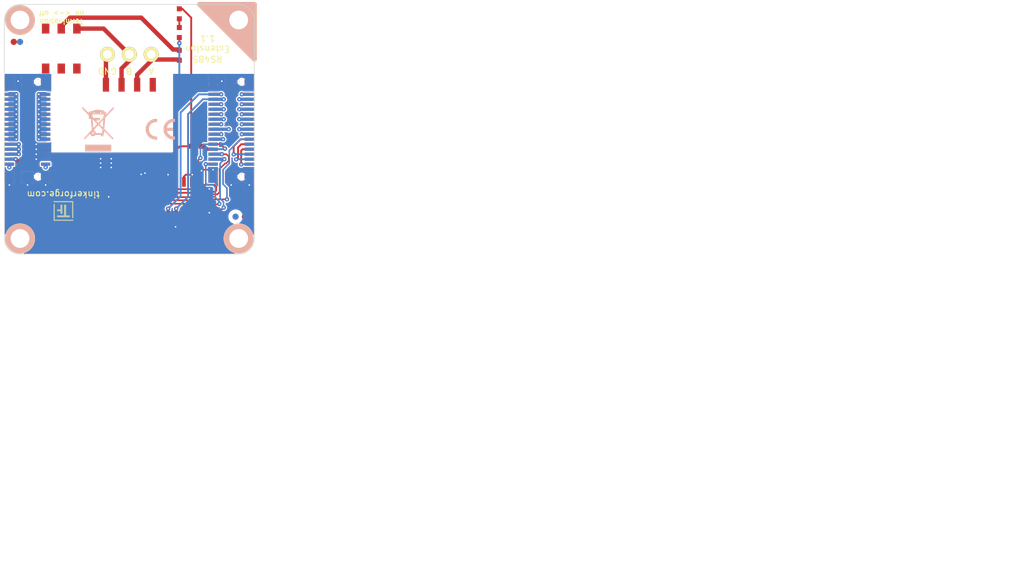
<source format=kicad_pcb>
(kicad_pcb (version 20221018) (generator pcbnew)
  (title_block (title "RS485 Extension") (date "Do 07 Mai 2015") (rev "1.1") (company "Tinkerforge GmbH") (comment 1 "Licensed under CERN OHL v.1.1") (comment 2 "Copyright (©) 2015, B.Nordmeyer <bastian@tinkerforge.com>"))
  (layers (0 "F.Cu" signal "Vorderseite") (31 "B.Cu" signal "Rückseite") (34 "B.Paste" user) (35 "F.Paste" user) (36 "B.SilkS" user "B.Silkscreen") (37 "F.SilkS" user "F.Silkscreen") (38 "B.Mask" user) (39 "F.Mask" user) (44 "Edge.Cuts" user))
  (net 0 "")
  (net 1 "3V3")
  (net 2 "GND")
  (net 3 "RXD")
  (net 4 "RXE")
  (net 5 "SCL")
  (net 6 "SDA")
  (net 7 "SELECT")
  (net 8 "TXD")
  (net 9 "TXE")
  (net 10 "Net-(D1-Pad2)")
  (net 11 "Net-(J1-Pad23)")
  (net 12 "Net-(J1-Pad21)")
  (net 13 "Net-(J1-Pad19)")
  (net 14 "Net-(J1-Pad17)")
  (net 15 "Net-(J1-Pad15)")
  (net 16 "Net-(J1-Pad13)")
  (net 17 "Net-(J1-Pad11)")
  (net 18 "Net-(J1-Pad9)")
  (net 19 "Net-(J1-Pad7)")
  (net 20 "Net-(J1-Pad5)")
  (net 21 "Net-(J1-Pad3)")
  (net 22 "Net-(J1-Pad1)")
  (net 23 "Net-(J1-Pad6)")
  (net 24 "Net-(J1-Pad8)")
  (net 25 "Net-(J1-Pad10)")
  (net 26 "Net-(J1-Pad12)")
  (net 27 "Net-(J1-Pad14)")
  (net 28 "Net-(J1-Pad16)")
  (net 29 "Net-(J1-Pad18)")
  (net 30 "Net-(J1-Pad20)")
  (net 31 "Net-(J1-Pad22)")
  (net 32 "Net-(J1-Pad24)")
  (net 33 "Net-(J3-Pad29)")
  (net 34 "Net-(J3-Pad1)")
  (net 35 "Net-(J3-Pad10)")
  (net 36 "Net-(J3-Pad22)")
  (net 37 "Net-(J3-Pad30)")
  (net 38 "Net-(K1-Pad1)")
  (net 39 "Net-(K1-Pad2)")
  (net 40 "Net-(K1-Pad3)")
  (net 41 "Net-(L1-Pad2)")
  (net 42 "Net-(L1-Pad3)")
  (net 43 "Net-(R1-Pad2)")
  (net 44 "Net-(FILTER1-Pad2)")
  (net 45 "Net-(FILTER1-Pad4)")
  (net 46 "Net-(FILTER1-Pad6)")
  (net 47 "Net-(FILTER1-Pad8)")
  (net 48 "Net-(FILTER1-Pad1)")
  (net 49 "Net-(FILTER1-Pad3)")
  (net 50 "Net-(FILTER1-Pad5)")
  (net 51 "Net-(FILTER1-Pad7)")
  (net 52 "Net-(FILTER1-Pad10)")
  (net 53 "Net-(FILTER1-Pad12)")
  (net 54 "Net-(FILTER1-Pad14)")
  (net 55 "Net-(J1-Pad29)")
  (net 56 "Net-(J1-Pad27)")
  (net 57 "Net-(J1-Pad25)")
  (net 58 "Net-(J2-Pad21)")
  (net 59 "Net-(J2-Pad23)")
  (net 60 "Net-(L1-Pad4)")
  (net 61 "Net-(L1-Pad5)")
  (net 62 "Net-(SW1-Pad6)")
  (net 63 "Net-(SW1-Pad5)")
  (net 64 "Net-(SW1-Pad4)")
  (net 65 "Net-(SW1-Pad3)")
  (net 66 "Net-(U1-Pad7)")
  (footprint "kicad-libraries:Logo_31x31" (layer "F.Cu") (at 130.125 107.55 180)
    (fp_text reference "Ref**" hide)
    (fp_text value "Val**" hide)
  )
  (footprint "kicad-libraries:Fiducial_Mark" (layer "F.Cu") (at 157.59938 106.87558)
    (fp_text reference "Fiducial_Mark" hide)
    (fp_text value "VAL**" hide)
  )
  (footprint "kicad-libraries:Fiducial_Mark" (layer "F.Cu") (at 120.60174 78.87462)
    (fp_text reference "Fiducial_Mark" hide)
    (fp_text value "VAL**" hide)
  )
  (footprint "kicad-libraries:BTB08-ACS-TOP" (layer "F.Cu") (at 155.39974 92.87256 90)
    (fp_text reference "J1")
    (fp_text value "STACK-UP-HIGH")
  )
  (footprint "kicad-libraries:BTB08-ACS-TOP" (layer "F.Cu") (at 122.79884 92.87256 90)
    (fp_text reference "J3")
    (fp_text value "STACK-UP-HIGH")
  )
  (footprint "kicad-libraries:OQ_3P" (layer "F.Cu") (at 139.10056 80.8736 180)
    (fp_text reference "K1")
    (fp_text value "grey")
  )
  (footprint "kicad-libraries:WE-SL" (layer "F.Cu") (at 139.1 92 90)
    (fp_text reference "L1")
    (fp_text value "WE-SL")
  )
  (footprint "kicad-libraries:SLIDE_SWITCH" (layer "F.Cu") (at 128.19888 79.94904 180)
    (fp_text reference "SW1")
    (fp_text value "TER")
  )
  (footprint "kicad-libraries:SOIC8" (layer "F.Cu") (at 139.1 104)
    (fp_text reference "U2")
    (fp_text value "ADM3485")
  )
  (footprint "kicad-libraries:DRILL_NP" (layer "F.Cu") (at 121.59996 75.37196 90)
    (fp_text reference "U3" hide)
    (fp_text value "DRILL" hide)
  )
  (footprint "kicad-libraries:DRILL_NP" (layer "F.Cu") (at 156.59862 75.37196)
    (fp_text reference "U4" hide)
    (fp_text value "DRILL" hide)
  )
  (footprint "kicad-libraries:DRILL_NP" (layer "F.Cu") (at 156.59862 110.37316 90)
    (fp_text reference "U5" hide)
    (fp_text value "DRILL" hide)
  )
  (footprint "kicad-libraries:DRILL_NP" (layer "F.Cu") (at 121.59996 110.37316)
    (fp_text reference "U6" hide)
    (fp_text value "DRILL" hide)
  )
  (footprint "kicad-libraries:DFN16-33x135" (layer "F.Cu") (at 151.9 104.3 90)
    (fp_text reference "FILTER1")
    (fp_text value "Filter-8x")
  )
  (footprint "kicad-libraries:SOIC8" (layer "F.Cu") (at 147.2 104 180)
    (fp_text reference "U1")
    (fp_text value "M24C64")
  )
  (footprint "kicad-libraries:C0603" (layer "F.Cu") (at 148.3 108.5 180)
    (fp_text reference "C1")
    (fp_text value "100nF")
  )
  (footprint "kicad-libraries:C0603" (layer "F.Cu") (at 135.8 102.1 -90)
    (fp_text reference "C2")
    (fp_text value "100nF")
  )
  (footprint "kicad-libraries:R0603" (layer "F.Cu") (at 147.1 81.025 90)
    (fp_text reference "R1")
    (fp_text value "120")
  )
  (footprint "kicad-libraries:R0603" (layer "F.Cu") (at 149.8 95.6)
    (fp_text reference "R3")
    (fp_text value "1k")
  )
  (footprint "kicad-libraries:D0603" (layer "F.Cu") (at 147.09902 74.37374 -90)
    (fp_text reference "D1")
    (fp_text value "LED")
  )
  (footprint "kicad-libraries:R0603" (layer "F.Cu") (at 147.1 77.375 -90)
    (fp_text reference "R2")
    (fp_text value "1k")
  )
  (footprint "kicad-libraries:Fiducial_Mark" (layer "B.Cu") (at 156.10078 106.87558)
    (fp_text reference "Fiducial_Mark" hide)
    (fp_text value "VAL**" hide)
  )
  (footprint "kicad-libraries:Fiducial_Mark" (layer "B.Cu") (at 121.59996 78.87462)
    (fp_text reference "Fiducial_Mark" hide)
    (fp_text value "VAL**" hide)
  )
  (footprint "kicad-libraries:WEEE_7mm" (layer "B.Cu") (at 134.1 92.875 180)
    (fp_text reference "VAL" hide)
    (fp_text value "WEEE_7mm" hide)
  )
  (footprint "kicad-libraries:CE_5mm" (layer "B.Cu") (at 144.1 92.875)
    (fp_text reference "VAL" hide)
    (fp_text value "CE_5mm" hide)
  )
  (footprint "kicad-libraries:BTB08-ACS-BTM" (layer "B.Cu") (at 155.39974 92.87256 -90)
    (fp_text reference "J2")
    (fp_text value "STACK-DOWN")
  )
  (footprint "kicad-libraries:BTB08-ACS-BTM" (layer "B.Cu") (at 122.79884 92.87256 -90)
    (fp_text reference "J4")
    (fp_text value "STACK-DOWN")
  )
  (gr_line (start 155.24988 75.47356) (end 156.19984 76.42352) (stroke (width 0.8001)) (layer "B.SilkS"))
  (gr_line (start 150.35022 72.87514) (end 159.10052 81.62544) (stroke (width 0.8001)) (layer "B.SilkS"))
  (gr_line (start 156.19984 75.87488) (end 156.14904 75.87488) (stroke (width 0.8001)) (layer "B.SilkS"))
  (gr_line (start 156.75102 77.57414) (end 156.75102 75.47356) (stroke (width 0.8001)) (layer "B.SilkS"))
  (gr_line (start 152.80132 74.22388) (end 157.29966 78.72222) (stroke (width 0.8001)) (layer "B.SilkS"))
  (gr_line (start 157.29966 78.72222) (end 157.29966 74.87412) (stroke (width 0.8001)) (layer "B.SilkS"))
  (gr_line (start 156.75102 75.47356) (end 155.24988 75.47356) (stroke (width 0.8001)) (layer "B.SilkS"))
  (gr_line (start 154.051 74.87412) (end 156.75102 77.57414) (stroke (width 0.8001)) (layer "B.SilkS"))
  (gr_line (start 157.85084 74.22388) (end 152.80132 74.22388) (stroke (width 0.8001)) (layer "B.SilkS"))
  (gr_line (start 159.10052 72.87514) (end 150.35022 72.87514) (stroke (width 0.8001)) (layer "B.SilkS"))
  (gr_line (start 156.19984 76.42352) (end 156.19984 75.87488) (stroke (width 0.8001)) (layer "B.SilkS"))
  (gr_line (start 159.10052 81.62544) (end 159.10052 72.87514) (stroke (width 0.8001)) (layer "B.SilkS"))
  (gr_line (start 157.85084 79.97444) (end 157.85084 74.22388) (stroke (width 0.8001)) (layer "B.SilkS"))
  (gr_line (start 158.60014 80.47482) (end 158.60014 73.62444) (stroke (width 0.8001)) (layer "B.SilkS"))
  (gr_line (start 158.60014 73.62444) (end 151.50084 73.62444) (stroke (width 0.8001)) (layer "B.SilkS"))
  (gr_line (start 151.50084 73.62444) (end 157.85084 79.97444) (stroke (width 0.8001)) (layer "B.SilkS"))
  (gr_line (start 157.29966 74.87412) (end 154.051 74.87412) (stroke (width 0.8001)) (layer "B.SilkS"))
  (gr_line (start 158.84906 73.27392) (end 150.97506 73.27392) (stroke (width 0.59944)) (layer "F.SilkS"))
  (gr_line (start 156.70022 75.4253) (end 155.69946 75.4253) (stroke (width 0.59944)) (layer "F.SilkS"))
  (gr_line (start 159.10052 72.87514) (end 159.10052 81.62544) (stroke (width 0.8001)) (layer "F.SilkS"))
  (gr_line (start 153.924 74.5998) (end 157.14726 77.82306) (stroke (width 0.59944)) (layer "F.SilkS"))
  (gr_line (start 150.97506 73.27392) (end 158.39948 80.69834) (stroke (width 0.8001)) (layer "F.SilkS"))
  (gr_line (start 150.35022 72.87514) (end 159.10052 72.87514) (stroke (width 0.8001)) (layer "F.SilkS"))
  (gr_line (start 155.69946 75.4253) (end 156.14904 75.87488) (stroke (width 0.59944)) (layer "F.SilkS"))
  (gr_line (start 152.95118 74.22388) (end 157.55112 78.82382) (stroke (width 0.8001)) (layer "F.SilkS"))
  (gr_line (start 157.14726 77.82306) (end 157.14726 75.07478) (stroke (width 0.59944)) (layer "F.SilkS"))
  (gr_line (start 157.8991 79.74838) (end 157.8991 74.22388) (stroke (width 0.59944)) (layer "F.SilkS"))
  (gr_line (start 151.92502 73.7743) (end 157.8991 79.74838) (stroke (width 0.59944)) (layer "F.SilkS"))
  (gr_line (start 158.84906 81.12506) (end 158.84906 73.27392) (stroke (width 0.59944)) (layer "F.SilkS"))
  (gr_line (start 156.70022 76.82484) (end 156.70022 75.4253) (stroke (width 0.59944)) (layer "F.SilkS"))
  (gr_line (start 156.14904 75.87488) (end 156.4259 75.87488) (stroke (width 0.59944)) (layer "F.SilkS"))
  (gr_line (start 154.95016 75.07478) (end 156.70022 76.82484) (stroke (width 0.8001)) (layer "F.SilkS"))
  (gr_line (start 157.55112 74.5998) (end 153.924 74.5998) (stroke (width 0.59944)) (layer "F.SilkS"))
  (gr_line (start 158.39948 73.7743) (end 151.92502 73.7743) (stroke (width 0.59944)) (layer "F.SilkS"))
  (gr_line (start 157.8991 74.22388) (end 152.95118 74.22388) (stroke (width 0.59944)) (layer "F.SilkS"))
  (gr_line (start 158.39948 80.69834) (end 158.39948 73.7743) (stroke (width 0.59944)) (layer "F.SilkS"))
  (gr_line (start 157.14726 75.07478) (end 154.95016 75.07478) (stroke (width 0.59944)) (layer "F.SilkS"))
  (gr_line (start 159.10052 81.62544) (end 150.35022 72.87514) (stroke (width 0.8001)) (layer "F.SilkS"))
  (gr_line (start 157.55112 78.82382) (end 157.55112 74.5998) (stroke (width 0.59944)) (layer "F.SilkS"))
  (gr_line (start 156.59862 72.8726) (end 121.59996 72.8726) (stroke (width 0.09906)) (layer "Edge.Cuts"))
  (gr_arc (start 119.09806 75.37196) (mid 119.83085 73.60285) (end 121.59996 72.87006) (stroke (width 0.09906)) (layer "Edge.Cuts"))
  (gr_line (start 121.59996 112.87252) (end 156.59862 112.87252) (stroke (width 0.09906)) (layer "Edge.Cuts"))
  (gr_line (start 119.09806 75.37196) (end 119.09806 110.37316) (stroke (width 0.09906)) (layer "Edge.Cuts"))
  (gr_line (start 159.09798 110.37316) (end 159.09798 75.37196) (stroke (width 0.09906)) (layer "Edge.Cuts"))
  (gr_arc (start 156.59862 72.8726) (mid 158.365934 73.604646) (end 159.09798 75.37196) (stroke (width 0.09906)) (layer "Edge.Cuts"))
  (gr_arc (start 121.59996 112.87252) (mid 119.832646 112.140474) (end 119.1006 110.37316) (stroke (width 0.09906)) (layer "Edge.Cuts"))
  (gr_arc (start 159.09798 110.37316) (mid 158.365934 112.140474) (end 156.59862 112.87252) (stroke (width 0.09906)) (layer "Edge.Cuts"))
  (gr_text "tinkerforge.com" (at 128.525 103.325 180) (layer "F.SilkS") (effects (font (size 1.00076 1.00076) (thickness 0.14986))))
  (gr_text "B" (at 139.04976 83.57362 180) (layer "F.SilkS") (effects (font (size 1.00076 1.00076) (thickness 0.14986))))
  (gr_text "Termination\non <-> off" (at 128.22428 74.95032 180) (layer "F.SilkS") (effects (font (size 0.8001 0.8001) (thickness 0.14986))))
  (gr_text "RS485\nExtension\n1.1" (at 151.6 80 180) (layer "F.SilkS") (effects (font (size 1.00076 1.00076) (thickness 0.14986))))
  (gr_text "A" (at 142.60068 83.52536 180) (layer "F.SilkS") (effects (font (size 1.00076 1.00076) (thickness 0.14986))))
  (gr_text "GND" (at 135.57504 83.52536 180) (layer "F.SilkS") (effects (font (size 1.00076 1.00076) (thickness 0.14986))))
  (segment (start 135.80262 101.30252) (end 135.8 101.2999) (width 0.70104) (layer "F.Cu") (net 1))
  (segment (start 129.1 110.4) (end 121.2 102.5) (width 0.70104) (layer "F.Cu") (net 1))
  (segment (start 121.2 102.5) (end 121.2 97.97424) (width 0.70104) (layer "F.Cu") (net 1))
  (segment (start 121.2 97.97424) (end 120.89892 97.67316) (width 0.70104) (layer "F.Cu") (net 1))
  (segment (start 134.2001 101.2999) (end 129.1 106.4) (width 0.70104) (layer "F.Cu") (net 1))
  (segment (start 129.1 106.4) (end 129.1 110.4) (width 0.70104) (layer "F.Cu") (net 1))
  (segment (start 148.9999 74.9999) (end 147.57364 73.57364) (width 0.29972) (layer "F.Cu") (net 1))
  (segment (start 147.57364 73.57364) (end 147.09902 73.57364) (width 0.29972) (layer "F.Cu") (net 1))
  (segment (start 147.6 110.4) (end 149.1001 108.8999) (width 0.70104) (layer "F.Cu") (net 1))
  (segment (start 149.1001 108.8999) (end 149.1001 108.5) (width 0.70104) (layer "F.Cu") (net 1))
  (segment (start 149.1001 106.69984) (end 149.10246 106.69748) (width 0.70104) (layer "F.Cu") (net 1))
  (segment (start 147.2 95.6) (end 143.8 99) (width 0.29972) (layer "F.Cu") (net 1))
  (segment (start 143.8 99) (end 143.8 100.8) (width 0.29972) (layer "F.Cu") (net 1))
  (segment (start 143.8 100.8) (end 142.175 102.425) (width 0.29972) (layer "F.Cu") (net 1))
  (segment (start 142.175 102.425) (end 138.975 102.425) (width 0.29972) (layer "F.Cu") (net 1))
  (segment (start 138.975 102.425) (end 135 106.4) (width 0.29972) (layer "F.Cu") (net 1))
  (segment (start 135 106.4) (end 129.1 106.4) (width 0.29972) (layer "F.Cu") (net 1))
  (segment (start 120.89892 97.67316) (end 120.89638 97.67062) (width 0.50038) (layer "F.Cu") (net 1))
  (segment (start 137.19754 101.30252) (end 135.80262 101.30252) (width 0.70104) (layer "F.Cu") (net 1))
  (segment (start 135.8 101.2999) (end 134.2001 101.2999) (width 0.70104) (layer "F.Cu") (net 1))
  (segment (start 129.1 110.4) (end 147.6 110.4) (width 0.70104) (layer "F.Cu") (net 1))
  (segment (start 149.1001 108.5) (end 149.1001 106.69984) (width 0.70104) (layer "F.Cu") (net 1))
  (segment (start 120.89638 97.67062) (end 119.9007 97.67062) (width 0.50038) (layer "F.Cu") (net 1))
  (segment (start 148.9999 95.6) (end 147.2 95.6) (width 0.29972) (layer "F.Cu") (net 1))
  (segment (start 148.9999 95.6) (end 148.9999 74.9999) (width 0.29972) (layer "F.Cu") (net 1))
  (via (at 120.89892 97.67316) (size 0.70104) (drill 0.24892) (layers "F.Cu" "B.Cu") (net 1))
  (segment (start 119.9007 97.67062) (end 120.89638 97.67062) (width 0.50038) (layer "B.Cu") (net 1))
  (segment (start 120.89638 97.67062) (end 120.89892 97.67316) (width 0.50038) (layer "B.Cu") (net 1))
  (segment (start 141.00246 100.10246) (end 141 100.1) (width 0.50038) (layer "F.Cu") (net 2))
  (segment (start 141.00246 100.49754) (end 141.6 99.9) (width 0.50038) (layer "F.Cu") (net 2))
  (segment (start 136.15094 98.25094) (end 136.2 98.3) (width 0.50038) (layer "F.Cu") (net 2))
  (segment (start 134.54906 98.25094) (end 134.5 98.3) (width 0.50038) (layer "F.Cu") (net 2))
  (segment (start 136.2 99) (end 135.45094 98.25094) (width 0.50038) (layer "F.Cu") (net 2))
  (segment (start 135.24906 98.25094) (end 134.5 99) (width 0.50038) (layer "F.Cu") (net 2))
  (segment (start 135.15094 98.25094) (end 134.5 97.6) (width 0.50038) (layer "F.Cu") (net 2))
  (segment (start 135.54906 98.25094) (end 136.2 97.6) (width 0.50038) (layer "F.Cu") (net 2))
  (segment (start 155.39974 101.79974) (end 155.4 101.8) (width 0.70104) (layer "F.Cu") (net 2))
  (segment (start 158.3 101.8) (end 158.30042 101.79958) (width 0.70104) (layer "F.Cu") (net 2))
  (segment (start 158.30042 101.79958) (end 158.30042 100.5713) (width 0.70104) (layer "F.Cu") (net 2))
  (segment (start 119.89816 101.79816) (end 119.9 101.8) (width 0.70104) (layer "F.Cu") (net 2))
  (segment (start 122.8 101.8) (end 122.79884 101.79884) (width 0.70104) (layer "F.Cu") (net 2))
  (segment (start 125.69952 101.79952) (end 125.7 101.8) (width 0.70104) (layer "F.Cu") (net 2))
  (segment (start 122.8 100.57246) (end 122.79884 100.5713) (width 0.70104) (layer "F.Cu") (net 2))
  (segment (start 149.10246 100.22254) (end 149.175 100.15) (width 0.29972) (layer "F.Cu") (net 2))
  (segment (start 145.29754 100.15246) (end 145.3 100.15) (width 0.29972) (layer "F.Cu") (net 2))
  (segment (start 148.15 100.15) (end 147.83246 100.46754) (width 0.29972) (layer "F.Cu") (net 2))
  (segment (start 147.83246 100.46754) (end 147.83246 101.30252) (width 0.29972) (layer "F.Cu") (net 2))
  (segment (start 152.5 99.35) (end 152.49906 99.35094) (width 0.29972) (layer "F.Cu") (net 2))
  (segment (start 150.825 99.35) (end 150.65 99.525) (width 0.25) (layer "F.Cu") (net 2))
  (segment (start 152.5 100.57036) (end 152.49906 100.5713) (width 0.25) (layer "F.Cu") (net 2))
  (segment (start 122.79884 85.17382) (end 123.09602 85.17382) (width 0.50038) (layer "F.Cu") (net 2))
  (segment (start 124.19838 96.07296) (end 124.20092 96.07042) (width 0.50038) (layer "F.Cu") (net 2))
  (segment (start 123.09602 85.17382) (end 123.99772 84.27212) (width 0.50038) (layer "F.Cu") (net 2))
  (segment (start 152.5016 85.17128) (end 152.49906 85.17382) (width 0.50038) (layer "F.Cu") (net 2))
  (segment (start 121.30024 85.17382) (end 121.2977 85.17128) (width 0.50038) (layer "F.Cu") (net 2))
  (segment (start 149.10246 101.30252) (end 149.10246 100.22254) (width 0.29972) (layer "F.Cu") (net 2))
  (segment (start 122.79884 85.17382) (end 121.30024 85.17382) (width 0.50038) (layer "F.Cu") (net 2))
  (segment (start 156.49956 84.27212) (end 157.39872 84.27212) (width 0.50038) (layer "F.Cu") (net 2))
  (segment (start 121.2977 85.17128) (end 119.9007 85.17128) (width 0.50038) (layer "F.Cu") (net 2))
  (segment (start 153.8986 85.17128) (end 152.5016 85.17128) (width 0.50038) (layer "F.Cu") (net 2))
  (segment (start 124.20092 95.27032) (end 124.19838 95.27286) (width 0.50038) (layer "F.Cu") (net 2))
  (segment (start 147.10156 78.17612) (end 147.10156 79.07528) (width 0.29972) (layer "F.Cu") (net 2))
  (segment (start 155.39974 100.5713) (end 155.39974 101.79974) (width 0.70104) (layer "F.Cu") (net 2))
  (segment (start 135.35096 98.25094) (end 135.45094 98.25094) (width 0.50038) (layer "F.Cu") (net 2))
  (segment (start 151.9 102.425) (end 151.9 104.3) (width 0.29972) (layer "F.Cu") (net 2))
  (segment (start 123.99772 84.27212) (end 124.79782 84.27212) (width 0.50038) (layer "F.Cu") (net 2))
  (segment (start 135.35096 98.25094) (end 135.54906 98.25094) (width 0.50038) (layer "F.Cu") (net 2))
  (segment (start 135.8 102.9001) (end 135.8 103.7) (width 0.70104) (layer "F.Cu") (net 2))
  (segment (start 153.90114 85.17382) (end 153.8986 85.17128) (width 0.50038) (layer "F.Cu") (net 2))
  (segment (start 152.5 99.35) (end 152.5 100.57036) (width 0.25) (layer "F.Cu") (net 2))
  (segment (start 119.89816 100.5713) (end 119.89816 101.79816) (width 0.70104) (layer "F.Cu") (net 2))
  (segment (start 135.35096 98.25094) (end 136.15094 98.25094) (width 0.50038) (layer "F.Cu") (net 2))
  (segment (start 119.9007 85.17128) (end 119.89816 85.17382) (width 0.50038) (layer "F.Cu") (net 2))
  (segment (start 147.4999 108.5) (end 146.4999 108.5) (width 0.70104) (layer "F.Cu") (net 2))
  (segment (start 141.00246 100.49754) (end 141.00246 101.30252) (width 0.50038) (layer "F.Cu") (net 2))
  (segment (start 155.39974 85.17382) (end 153.90114 85.17382) (width 0.50038) (layer "F.Cu") (net 2))
  (segment (start 141.00246 101.30252) (end 141.00246 100.10246) (width 0.50038) (layer "F.Cu") (net 2))
  (segment (start 124.79782 84.27212) (end 125.69952 85.17382) (width 0.50038) (layer "F.Cu") (net 2))
  (segment (start 151.9 104.3) (end 151.9 106.25) (width 0.29972) (layer "F.Cu") (net 2))
  (segment (start 124.19838 97.67316) (end 124.20092 97.67062) (width 0.50038) (layer "F.Cu") (net 2))
  (segment (start 124.20092 97.67062) (end 125.69698 97.67062) (width 0.50038) (layer "F.Cu") (net 2))
  (segment (start 125.69952 100.5713) (end 125.69952 100.87356) (width 0.50038) (layer "F.Cu") (net 2))
  (segment (start 135.35096 98.25094) (end 135.24906 98.25094) (width 0.50038) (layer "F.Cu") (net 2))
  (segment (start 124.20092 96.07042) (end 125.69698 96.07042) (width 0.50038) (layer "F.Cu") (net 2))
  (segment (start 124.20092 96.87052) (end 124.19838 96.87306) (width 0.50038) (layer "F.Cu") (net 2))
  (segment (start 145.29754 100.15246) (end 145.29754 101.30252) (width 0.29972) (layer "F.Cu") (net 2))
  (segment (start 141.00246 101.30252) (end 141.00246 101.19754) (width 0.50038) (layer "F.Cu") (net 2))
  (segment (start 157.39872 84.27212) (end 158.30042 85.17382) (width 0.50038) (layer "F.Cu") (net 2))
  (segment (start 135.35096 98.25094) (end 135.15094 98.25094) (width 0.50038) (layer "F.Cu") (net 2))
  (segment (start 135.35096 98.25094) (end 134.54906 98.25094) (width 0.50038) (layer "F.Cu") (net 2))
  (segment (start 155.59786 85.17382) (end 156.49956 84.27212) (width 0.50038) (layer "F.Cu") (net 2))
  (segment (start 155.39974 85.17382) (end 155.59786 85.17382) (width 0.50038) (layer "F.Cu") (net 2))
  (segment (start 149.175 100.15) (end 148.15 100.15) (width 0.29972) (layer "F.Cu") (net 2))
  (segment (start 124.19838 97.67316) (end 124.19838 95.27286) (width 0.50038) (layer "F.Cu") (net 2))
  (segment (start 125.69952 100.5713) (end 125.69952 101.79952) (width 0.70104) (layer "F.Cu") (net 2))
  (segment (start 155.39974 100.5713) (end 155.59786 100.5713) (width 0.50038) (layer "F.Cu") (net 2))
  (segment (start 152.5 99.35) (end 150.825 99.35) (width 0.25) (layer "F.Cu") (net 2))
  (segment (start 125.69698 95.27032) (end 124.20092 95.27032) (width 0.50038) (layer "F.Cu") (net 2))
  (segment (start 125.69698 96.87052) (end 124.20092 96.87052) (width 0.50038) (layer "F.Cu") (net 2))
  (segment (start 122.8 101.8) (end 122.8 100.57246) (width 0.70104) (layer "F.Cu") (net 2))
  (via (at 134.5 99) (size 0.70104) (drill 0.24892) (layers "F.Cu" "B.Cu") (net 2))
  (via (at 134.5 98.3) (size 0.70104) (drill 0.24892) (layers "F.Cu" "B.Cu") (net 2))
  (via (at 141.6 99.9) (size 0.70104) (drill 0.24892) (layers "F.Cu" "B.Cu") (net 2))
  (via (at 136.2 98.3) (size 0.70104) (drill 0.24892) (layers "F.Cu" "B.Cu") (net 2))
  (via (at 155.4 101.8) (size 0.70104) (drill 0.24892) (layers "F.Cu" "B.Cu") (net 2))
  (via (at 124.19838 95.27286) (size 0.70104) (drill 0.24892) (layers "F.Cu" "B.Cu") (net 2))
  (via (at 152.5 99.35) (size 0.70104) (drill 0.24892) (layers "F.Cu" "B.Cu") (net 2))
  (via (at 145.3 100.15) (size 0.70104) (drill 0.24892) (layers "F.Cu" "B.Cu") (net 2))
  (via (at 135.8 103.7) (size 0.70104) (drill 0.24892) (layers "F.Cu" "B.Cu") (net 2))
  (via (at 149.175 100.15) (size 0.70104) (drill 0.24892) (layers "F.Cu" "B.Cu") (net 2))
  (via (at 121.2977 85.17128) (size 0.70104) (drill 0.24892) (layers "F.Cu" "B.Cu") (net 2))
  (via (at 151.9 106.25) (size 0.70104) (drill 0.24892) (layers "F.Cu" "B.Cu") (net 2))
  (via (at 136.2 99) (size 0.70104) (drill 0.24892) (layers "F.Cu" "B.Cu") (net 2))
  (via (at 124.19838 96.87306) (size 0.70104) (drill 0.24892) (layers "F.Cu" "B.Cu") (net 2))
  (via (at 134.5 97.6) (size 0.70104) (drill 0.24892) (layers "F.Cu" "B.Cu") (net 2))
  (via (at 158.3 101.8) (size 0.70104) (drill 0.24892) (layers "F.Cu" "B.Cu") (net 2))
  (via (at 136.2 97.6) (size 0.70104) (drill 0.24892) (layers "F.Cu" "B.Cu") (net 2))
  (via (at 153.8986 85.17128) (size 0.70104) (drill 0.24892) (layers "F.Cu" "B.Cu") (net 2))
  (via (at 124.19838 97.67316) (size 0.70104) (drill 0.24892) (layers "F.Cu" "B.Cu") (net 2))
  (via (at 122.8 101.8) (size 0.70104) (drill 0.24892) (layers "F.Cu" "B.Cu") (net 2))
  (via (at 151.9 102.425) (size 0.70104) (drill 0.24892) (layers "F.Cu" "B.Cu") (net 2))
  (via (at 141 100.1) (size 0.70104) (drill 0.24892) (layers "F.Cu" "B.Cu") (net 2))
  (via (at 150.65 99.525) (size 0.70104) (drill 0.24892) (layers "F.Cu" "B.Cu") (net 2))
  (via (at 119.9 101.8) (size 0.70104) (drill 0.24892) (layers "F.Cu" "B.Cu") (net 2))
  (via (at 124.19838 96.07296) (size 0.70104) (drill 0.24892) (layers "F.Cu" "B.Cu") (net 2))
  (via (at 125.7 101.8) (size 0.70104) (drill 0.24892) (layers "F.Cu" "B.Cu") (net 2))
  (via (at 147.10156 79.07528) (size 0.70104) (drill 0.24892) (layers "F.Cu" "B.Cu") (net 2))
  (via (at 146.4999 108.5) (size 0.70104) (drill 0.24892) (layers "F.Cu" "B.Cu") (net 2))
  (segment (start 155.4 101.8) (end 155.39974 101.79974) (width 0.70104) (layer "B.Cu") (net 2))
  (segment (start 158.30042 101.79958) (end 158.3 101.8) (width 0.70104) (layer "B.Cu") (net 2))
  (segment (start 119.9 101.8) (end 119.89816 101.79816) (width 0.70104) (layer "B.Cu") (net 2))
  (segment (start 119.89816 101.79816) (end 119.89816 100.5713) (width 0.70104) (layer "B.Cu") (net 2))
  (segment (start 122.79884 101.79884) (end 122.8 101.8) (width 0.70104) (layer "B.Cu") (net 2))
  (segment (start 125.7 101.8) (end 125.69952 101.79952) (width 0.70104) (layer "B.Cu") (net 2))
  (segment (start 125.7 100.57178) (end 125.69952 100.5713) (width 0.70104) (layer "B.Cu") (net 2))
  (segment (start 155.4 100.57156) (end 155.39974 100.5713) (width 0.70104) (layer "B.Cu") (net 2))
  (segment (start 152.5 100.57224) (end 152.49906 100.5713) (width 0.70104) (layer "B.Cu") (net 2))
  (segment (start 137.3 100.1) (end 136.2 99) (width 0.29972) (layer "B.Cu") (net 2))
  (segment (start 135.8 99.4) (end 136.2 99) (width 0.29972) (layer "B.Cu") (net 2))
  (segment (start 127.6 103.7) (end 125.7 101.8) (width 0.29972) (layer "B.Cu") (net 2))
  (segment (start 121.5 101.8) (end 119.9 101.8) (width 0.29972) (layer "B.Cu") (net 2))
  (segment (start 121.5 99.3) (end 123.12684 97.67316) (width 0.29972) (layer "B.Cu") (net 2))
  (segment (start 123.12684 97.67316) (end 124.19838 97.67316) (width 0.29972) (layer "B.Cu") (net 2))
  (segment (start 123.77286 95.27286) (end 122.79884 94.29884) (width 0.29972) (layer "B.Cu") (net 2))
  (segment (start 122.79884 94.29884) (end 122.79884 85.17382) (width 0.29972) (layer "B.Cu") (net 2))
  (segment (start 146.4999 108.5) (end 146.5 108.5) (width 0.70104) (layer "B.Cu") (net 2))
  (segment (start 141 106.2) (end 143.3 108.5) (width 0.29972) (layer "B.Cu") (net 2))
  (segment (start 143.3 108.5) (end 146.4999 108.5) (width 0.29972) (layer "B.Cu") (net 2))
  (segment (start 150.02618 85.17382) (end 147.10156 88.09844) (width 0.29972) (layer "B.Cu") (net 2))
  (segment (start 151.9 106.85) (end 150.25 108.5) (width 0.29972) (layer "B.Cu") (net 2))
  (segment (start 150.25 108.5) (end 146.4999 108.5) (width 0.29972) (layer "B.Cu") (net 2))
  (segment (start 145.05 99.9) (end 145.3 100.15) (width 0.29972) (layer "B.Cu") (net 2))
  (segment (start 149.175 101.075) (end 150.525 102.425) (width 0.29972) (layer "B.Cu") (net 2))
  (segment (start 150.525 102.425) (end 151.9 102.425) (width 0.29972) (layer "B.Cu") (net 2))
  (segment (start 152.49906 99.35094) (end 152.5 99.35) (width 0.29972) (layer "B.Cu") (net 2))
  (segment (start 145.3 99.825) (end 146.6 98.525) (width 0.29972) (layer "B.Cu") (net 2))
  (segment (start 146.6 98.525) (end 146.6 88.6) (width 0.29972) (layer "B.Cu") (net 2))
  (segment (start 146.6 88.6) (end 147.10156 88.09844) (width 0.29972) (layer "B.Cu") (net 2))
  (segment (start 150.65 99.525) (end 150.025 100.15) (width 0.25) (layer "B.Cu") (net 2))
  (segment (start 150.025 100.15) (end 149.175 100.15) (width 0.25) (layer "B.Cu") (net 2))
  (segment (start 158.3 101.8) (end 155.4 101.8) (width 0.29972) (layer "B.Cu") (net 2))
  (segment (start 122.7963 85.17128) (end 122.79884 85.17382) (width 0.50038) (layer "B.Cu") (net 2))
  (segment (start 122.79884 85.17382) (end 123.09602 85.17382) (width 0.50038) (layer "B.Cu") (net 2))
  (segment (start 141.6 99.9) (end 145.05 99.9) (width 0.29972) (layer "B.Cu") (net 2))
  (segment (start 135.8 103.7) (end 135.8 99.4) (width 0.29972) (layer "B.Cu") (net 2))
  (segment (start 122.8 101.8) (end 121.5 101.8) (width 0.29972) (layer "B.Cu") (net 2))
  (segment (start 124.19838 97.67316) (end 124.19838 95.27286) (width 0.50038) (layer "B.Cu") (net 2))
  (segment (start 158.30042 100.5713) (end 158.30042 101.79958) (width 0.70104) (layer "B.Cu") (net 2))
  (segment (start 121.29516 85.17382) (end 121.2977 85.17128) (width 0.50038) (layer "B.Cu") (net 2))
  (segment (start 122.79884 100.5713) (end 122.8979 100.5713) (width 0.50038) (layer "B.Cu") (net 2))
  (segment (start 155.4 101.8) (end 155.4 100.57156) (width 0.70104) (layer "B.Cu") (net 2))
  (segment (start 155.3972 85.17128) (end 155.39974 85.17382) (width 0.50038) (layer "B.Cu") (net 2))
  (segment (start 155.39974 100.5713) (end 155.59786 100.5713) (width 0.50038) (layer "B.Cu") (net 2))
  (segment (start 141 100.1) (end 141 106.2) (width 0.29972) (layer "B.Cu") (net 2))
  (segment (start 121.2977 85.17128) (end 122.7963 85.17128) (width 0.50038) (layer "B.Cu") (net 2))
  (segment (start 124.20092 96.07042) (end 124.19838 96.07296) (width 0.50038) (layer "B.Cu") (net 2))
  (segment (start 152.49906 100.5713) (end 152.49906 99.35094) (width 0.29972) (layer "B.Cu") (net 2))
  (segment (start 123.09602 85.17382) (end 123.99772 84.27212) (width 0.50038) (layer "B.Cu") (net 2))
  (segment (start 153.89606 85.17382) (end 153.8986 85.17128) (width 0.50038) (layer "B.Cu") (net 2))
  (segment (start 147.10156 79.07528) (end 147.10156 88.09844) (width 0.29972) (layer "B.Cu") (net 2))
  (segment (start 152.49906 85.17382) (end 150.02618 85.17382) (width 0.29972) (layer "B.Cu") (net 2))
  (segment (start 124.20092 97.67062) (end 124.19838 97.67316) (width 0.50038) (layer "B.Cu") (net 2))
  (segment (start 152.49906 85.17382) (end 153.89606 85.17382) (width 0.50038) (layer "B.Cu") (net 2))
  (segment (start 124.20092 95.27032) (end 125.69698 95.27032) (width 0.50038) (layer "B.Cu") (net 2))
  (segment (start 153.8986 85.17128) (end 155.3972 85.17128) (width 0.50038) (layer "B.Cu") (net 2))
  (segment (start 125.7 101.8) (end 122.8 101.8) (width 0.29972) (layer "B.Cu") (net 2))
  (segment (start 156.49956 84.27212) (end 157.39872 84.27212) (width 0.50038) (layer "B.Cu") (net 2))
  (segment (start 157.39872 84.27212) (end 158.30042 85.17382) (width 0.50038) (layer "B.Cu") (net 2))
  (segment (start 124.79782 84.27212) (end 125.69952 85.17382) (width 0.50038) (layer "B.Cu") (net 2))
  (segment (start 123.99772 84.27212) (end 124.79782 84.27212) (width 0.50038) (layer "B.Cu") (net 2))
  (segment (start 125.7 101.8) (end 125.7 100.57178) (width 0.70104) (layer "B.Cu") (net 2))
  (segment (start 125.69698 97.67062) (end 124.20092 97.67062) (width 0.50038) (layer "B.Cu") (net 2))
  (segment (start 124.19838 96.87306) (end 124.20092 96.87052) (width 0.50038) (layer "B.Cu") (net 2))
  (segment (start 125.69698 96.07042) (end 124.20092 96.07042) (width 0.50038) (layer "B.Cu") (net 2))
  (segment (start 155.39974 85.17382) (end 155.59786 85.17382) (width 0.50038) (layer "B.Cu") (net 2))
  (segment (start 151.9 106.25) (end 151.9 106.85) (width 0.29972) (layer "B.Cu") (net 2))
  (segment (start 122.79884 100.5713) (end 122.79884 101.79884) (width 0.70104) (layer "B.Cu") (net 2))
  (segment (start 135.8 103.7) (end 127.6 103.7) (width 0.29972) (layer "B.Cu") (net 2))
  (segment (start 149.175 100.15) (end 149.175 101.075) (width 0.29972) (layer "B.Cu") (net 2))
  (segment (start 124.19838 95.27286) (end 124.20092 95.27032) (width 0.50038) (layer "B.Cu") (net 2))
  (segment (start 124.19838 95.27286) (end 123.77286 95.27286) (width 0.29972) (layer "B.Cu") (net 2))
  (segment (start 155.59786 85.17382) (end 156.49956 84.27212) (width 0.50038) (layer "B.Cu") (net 2))
  (segment (start 145.3 100.15) (end 145.3 99.825) (width 0.29972) (layer "B.Cu") (net 2))
  (segment (start 141 100.1) (end 137.3 100.1) (width 0.29972) (layer "B.Cu") (net 2))
  (segment (start 124.20092 96.87052) (end 125.69698 96.87052) (width 0.50038) (layer "B.Cu") (net 2))
  (segment (start 121.5 101.8) (end 121.5 99.3) (width 0.29972) (layer "B.Cu") (net 2))
  (segment (start 119.89816 85.17382) (end 121.29516 85.17382) (width 0.50038) (layer "B.Cu") (net 2))
  (segment (start 153.175 103.3) (end 153.55 102.925) (width 0.25) (layer "F.Cu") (net 3))
  (segment (start 153.55 102.925) (end 153.55 99.225) (width 0.25) (layer "F.Cu") (net 3))
  (segment (start 153.55 99.225) (end 154.425 98.35) (width 0.25) (layer "F.Cu") (net 3))
  (segment (start 154.425 98.35) (end 154.575 98.35) (width 0.25) (layer "F.Cu") (net 3))
  (segment (start 154.575 98.35) (end 155 97.925) (width 0.25) (layer "F.Cu") (net 3))
  (segment (start 155 97.925) (end 155 97.225) (width 0.25) (layer "F.Cu") (net 3))
  (segment (start 155 97.225) (end 154.6506 96.8756) (width 0.25) (layer "F.Cu") (net 3))
  (segment (start 154.6506 96.8756) (end 153.90114 96.8756) (width 0.25) (layer "F.Cu") (net 3))
  (segment (start 153.90114 96.8756) (end 153.59634 96.87052) (width 0.50038) (layer "F.Cu") (net 3))
  (segment (start 153.59634 96.87052) (end 152.5016 96.87052) (width 0.50038) (layer "F.Cu") (net 3))
  (segment (start 152.575 103.3) (end 153.175 103.3) (width 0.25) (layer "F.Cu") (net 3))
  (via (at 153.90114 96.8756) (size 0.70104) (drill 0.24892) (layers "F.Cu" "B.Cu") (net 3))
  (segment (start 153.59634 96.87052) (end 153.90114 96.8756) (width 0.50038) (layer "B.Cu") (net 3))
  (segment (start 152.5016 96.87052) (end 153.59634 96.87052) (width 0.50038) (layer "B.Cu") (net 3))
  (segment (start 154.725 104.1) (end 152.575 104.1) (width 0.25) (layer "F.Cu") (net 4))
  (via (at 154.725 104.1) (size 0.70104) (drill 0.24892) (layers "F.Cu" "B.Cu") (net 4))
  (segment (start 156.90478 94.47022) (end 155.1 96.275) (width 0.25) (layer "B.Cu") (net 4))
  (segment (start 155.1 96.275) (end 155.1 98.35) (width 0.25) (layer "B.Cu") (net 4))
  (segment (start 155.1 98.35) (end 154.1 99.35) (width 0.25) (layer "B.Cu") (net 4))
  (segment (start 154.1 99.35) (end 154.1 101.675) (width 0.25) (layer "B.Cu") (net 4))
  (segment (start 154.1 101.675) (end 154.725 102.3) (width 0.25) (layer "B.Cu") (net 4))
  (segment (start 154.725 102.3) (end 154.725 104.1) (width 0.25) (layer "B.Cu") (net 4))
  (segment (start 158.29788 94.47022) (end 156.90478 94.47022) (width 0.25) (layer "B.Cu") (net 4))
  (segment (start 146.56754 105.63246) (end 146.6 105.6) (width 0.29972) (layer "F.Cu") (net 5))
  (segment (start 146.56754 106.69748) (end 146.56754 105.63246) (width 0.29972) (layer "F.Cu") (net 5))
  (segment (start 152.5016 88.0745) (end 153.89606 88.0745) (width 0.50038) (layer "F.Cu") (net 5))
  (segment (start 153.89606 88.0745) (end 154.20086 88.0745) (width 0.50038) (layer "F.Cu") (net 5))
  (via (at 146.6 105.6) (size 0.70104) (drill 0.24892) (layers "F.Cu" "B.Cu") (net 5))
  (via (at 154.20086 88.0745) (size 0.70104) (drill 0.24892) (layers "F.Cu" "B.Cu") (net 5))
  (segment (start 146.6 105.6) (end 148.5 103.7) (width 0.29972) (layer "B.Cu") (net 5))
  (segment (start 148.5 103.7) (end 148.5 90.45) (width 0.29972) (layer "B.Cu") (net 5))
  (segment (start 148.5 90.45) (end 150.8755 88.0745) (width 0.29972) (layer "B.Cu") (net 5))
  (segment (start 150.8755 88.0745) (end 152.5016 88.0745) (width 0.29972) (layer "B.Cu") (net 5))
  (segment (start 153.89606 88.0745) (end 152.5016 88.0745) (width 0.50038) (layer "B.Cu") (net 5))
  (segment (start 154.20086 88.0745) (end 153.89606 88.0745) (width 0.50038) (layer "B.Cu") (net 5))
  (segment (start 145.3 105.6) (end 145.29754 105.60246) (width 0.29972) (layer "F.Cu") (net 6))
  (segment (start 145.29754 105.60246) (end 145.29754 106.69748) (width 0.29972) (layer "F.Cu") (net 6))
  (segment (start 153.49728 87.2744) (end 152.5016 87.2744) (width 0.50038) (layer "F.Cu") (net 6))
  (segment (start 153.79954 87.2744) (end 153.49728 87.2744) (width 0.50038) (layer "F.Cu") (net 6))
  (via (at 145.3 105.6) (size 0.70104) (drill 0.24892) (layers "F.Cu" "B.Cu") (net 6))
  (via (at 153.79954 87.2744) (size 0.70104) (drill 0.24892) (layers "F.Cu" "B.Cu") (net 6))
  (segment (start 150.2256 87.2744) (end 147.3 90.2) (width 0.29972) (layer "B.Cu") (net 6))
  (segment (start 147.3 90.2) (end 147.3 103.6) (width 0.29972) (layer "B.Cu") (net 6))
  (segment (start 147.3 103.6) (end 145.3 105.6) (width 0.29972) (layer "B.Cu") (net 6))
  (segment (start 152.5016 87.2744) (end 153.49728 87.2744) (width 0.50038) (layer "B.Cu") (net 6))
  (segment (start 152.5016 87.2744) (end 150.2256 87.2744) (width 0.29972) (layer "B.Cu") (net 6))
  (segment (start 153.49728 87.2744) (end 153.79954 87.2744) (width 0.50038) (layer "B.Cu") (net 6))
  (segment (start 152.825 102.9) (end 153.025 102.7) (width 0.25) (layer "F.Cu") (net 7))
  (segment (start 153.025 102.7) (end 153.025 102.075) (width 0.25) (layer "F.Cu") (net 7))
  (segment (start 153.025 102.075) (end 152.725 101.775) (width 0.25) (layer "F.Cu") (net 7))
  (segment (start 150.825 101.775) (end 150 100.95) (width 0.25) (layer "F.Cu") (net 7))
  (segment (start 150 100.95) (end 150 97.95) (width 0.25) (layer "F.Cu") (net 7))
  (segment (start 150 97.95) (end 150.475 97.475) (width 0.25) (layer "F.Cu") (net 7))
  (segment (start 152.575 102.9) (end 152.825 102.9) (width 0.25) (layer "F.Cu") (net 7))
  (segment (start 152.725 101.775) (end 150.825 101.775) (width 0.25) (layer "F.Cu") (net 7))
  (via (at 150.475 97.475) (size 0.70104) (drill 0.24892) (layers "F.Cu" "B.Cu") (net 7))
  (segment (start 151.02968 95.27032) (end 150.475 95.825) (width 0.25) (layer "B.Cu") (net 7))
  (segment (start 150.475 95.825) (end 150.475 97.475) (width 0.25) (layer "B.Cu") (net 7))
  (segment (start 152.5016 95.27032) (end 151.02968 95.27032) (width 0.25) (layer "B.Cu") (net 7))
  (segment (start 153.925 105.7) (end 154.2 105.425) (width 0.25) (layer "F.Cu") (net 8))
  (segment (start 153.99512 97.67062) (end 154.29992 97.6757) (width 0.50038) (layer "F.Cu") (net 8))
  (segment (start 152.5016 97.67062) (end 153.99512 97.67062) (width 0.50038) (layer "F.Cu") (net 8))
  (segment (start 152.575 105.7) (end 153.925 105.7) (width 0.25) (layer "F.Cu") (net 8))
  (via (at 154.2 105.425) (size 0.70104) (drill 0.24892) (layers "F.Cu" "B.Cu") (net 8))
  (via (at 154.29992 97.6757) (size 0.70104) (drill 0.24892) (layers "F.Cu" "B.Cu") (net 8))
  (segment (start 154.2 105.425) (end 154.175 105.4) (width 0.25) (layer "B.Cu") (net 8))
  (segment (start 154.175 105.4) (end 154.175 104.525) (width 0.25) (layer "B.Cu") (net 8))
  (segment (start 154.175 104.525) (end 153.625 103.975) (width 0.25) (layer "B.Cu") (net 8))
  (segment (start 153.625 103.975) (end 153.625 98.35062) (width 0.25) (layer "B.Cu") (net 8))
  (segment (start 153.625 98.35062) (end 154.29992 97.6757) (width 0.25) (layer "B.Cu") (net 8))
  (segment (start 153.99512 97.67062) (end 152.5016 97.67062) (width 0.50038) (layer "B.Cu") (net 8))
  (segment (start 154.29992 97.6757) (end 153.99512 97.67062) (width 0.50038) (layer "B.Cu") (net 8))
  (segment (start 153.425 104.9) (end 153.5 104.825) (width 0.25) (layer "F.Cu") (net 9))
  (segment (start 152.575 104.9) (end 153.425 104.9) (width 0.25) (layer "F.Cu") (net 9))
  (segment (start 152.5016 98.47072) (end 151.32928 98.47072) (width 0.29972) (layer "F.Cu") (net 9))
  (via (at 153.5 104.825) (size 0.70104) (drill 0.24892) (layers "F.Cu" "B.Cu") (net 9))
  (via (at 151.32928 98.47072) (size 0.70104) (drill 0.24892) (layers "F.Cu" "B.Cu") (net 9))
  (segment (start 151.32928 98.47072) (end 151.3 98.5) (width 0.29972) (layer "B.Cu") (net 9))
  (segment (start 153.5 104.45) (end 152.875 103.825) (width 0.25) (layer "B.Cu") (net 9))
  (segment (start 151.32928 101.50428) (end 151.6 101.775) (width 0.25) (layer "B.Cu") (net 9))
  (segment (start 151.6 101.775) (end 152.5 101.775) (width 0.25) (layer "B.Cu") (net 9))
  (segment (start 152.5 101.775) (end 152.875 102.15) (width 0.25) (layer "B.Cu") (net 9))
  (segment (start 152.875 102.15) (end 152.875 103.825) (width 0.25) (layer "B.Cu") (net 9))
  (segment (start 151.32928 98.47072) (end 151.32928 101.50428) (width 0.25) (layer "B.Cu") (net 9))
  (segment (start 151.32928 98.47072) (end 152.5016 98.47072) (width 0.29972) (layer "B.Cu") (net 9))
  (segment (start 153.5 104.825) (end 153.5 104.45) (width 0.25) (layer "B.Cu") (net 9))
  (segment (start 147.09902 76.62418) (end 147.09902 75.17384) (width 0.29972) (layer "F.Cu") (net 10))
  (segment (start 157.22958 96.07042) (end 157 96.3) (width 0.29972) (layer "F.Cu") (net 11))
  (segment (start 157 96.3) (end 157 98.5) (width 0.29972) (layer "F.Cu") (net 11))
  (segment (start 158.29788 96.07042) (end 157.22958 96.07042) (width 0.29972) (layer "F.Cu") (net 11))
  (via (at 157 98.5) (size 0.70104) (drill 0.24892) (layers "F.Cu" "B.Cu") (net 11))
  (segment (start 157 98.5) (end 157.02928 98.47072) (width 0.29972) (layer "B.Cu") (net 11))
  (segment (start 157.02928 98.47072) (end 158.29788 98.47072) (width 0.29972) (layer "B.Cu") (net 11))
  (segment (start 156.2 97.7) (end 156.5 97.4) (width 0.29972) (layer "F.Cu") (net 12))
  (segment (start 156.5 97.4) (end 156.5 95.8) (width 0.29972) (layer "F.Cu") (net 12))
  (segment (start 156.5 95.8) (end 157.02968 95.27032) (width 0.29972) (layer "F.Cu") (net 12))
  (segment (start 157.02968 95.27032) (end 158.29788 95.27032) (width 0.29972) (layer "F.Cu") (net 12))
  (via (at 156.2 97.7) (size 0.70104) (drill 0.24892) (layers "F.Cu" "B.Cu") (net 12))
  (segment (start 156.22938 97.67062) (end 156.2 97.7) (width 0.29972) (layer "B.Cu") (net 12))
  (segment (start 158.29788 97.67062) (end 156.22938 97.67062) (width 0.29972) (layer "B.Cu") (net 12))
  (segment (start 156.92978 94.47022) (end 155.8 95.6) (width 0.29972) (layer "F.Cu") (net 13))
  (segment (start 155.8 95.6) (end 155.8 96.9) (width 0.29972) (layer "F.Cu") (net 13))
  (segment (start 158.29788 94.47022) (end 156.92978 94.47022) (width 0.29972) (layer "F.Cu") (net 13))
  (via (at 155.8 96.9) (size 0.70104) (drill 0.24892) (layers "F.Cu" "B.Cu") (net 13))
  (segment (start 155.8 96.9) (end 155.82948 96.87052) (width 0.29972) (layer "B.Cu") (net 13))
  (segment (start 155.82948 96.87052) (end 158.29788 96.87052) (width 0.29972) (layer "B.Cu") (net 13))
  (segment (start 157.3022 93.67012) (end 157.10154 93.6752) (width 0.50038) (layer "F.Cu") (net 14))
  (segment (start 158.29788 93.67012) (end 157.3022 93.67012) (width 0.50038) (layer "F.Cu") (net 14))
  (via (at 157.10154 93.6752) (size 0.70104) (drill 0.24892) (layers "F.Cu" "B.Cu") (net 14))
  (segment (start 157.10154 93.6752) (end 157.3022 93.67012) (width 0.50038) (layer "B.Cu") (net 14))
  (segment (start 157.3022 93.67012) (end 158.29788 93.67012) (width 0.50038) (layer "B.Cu") (net 14))
  (segment (start 156.70022 92.8751) (end 158.29788 92.87256) (width 0.50038) (layer "F.Cu") (net 15))
  (via (at 156.70022 92.8751) (size 0.70104) (drill 0.24892) (layers "F.Cu" "B.Cu") (net 15))
  (segment (start 158.29788 92.87256) (end 156.70022 92.8751) (width 0.50038) (layer "B.Cu") (net 15))
  (segment (start 157.3022 92.075) (end 157.10154 92.075) (width 0.50038) (layer "F.Cu") (net 16))
  (segment (start 158.29788 92.075) (end 157.3022 92.075) (width 0.50038) (layer "F.Cu") (net 16))
  (via (at 157.10154 92.075) (size 0.70104) (drill 0.24892) (layers "F.Cu" "B.Cu") (net 16))
  (segment (start 157.3022 92.075) (end 158.29788 92.075) (width 0.50038) (layer "B.Cu") (net 16))
  (segment (start 157.10154 92.075) (end 157.3022 92.075) (width 0.50038) (layer "B.Cu") (net 16))
  (segment (start 158.29788 91.2749) (end 156.90088 91.2749) (width 0.50038) (layer "F.Cu") (net 17))
  (segment (start 156.90088 91.2749) (end 156.70022 91.2749) (width 0.50038) (layer "F.Cu") (net 17))
  (via (at 156.70022 91.2749) (size 0.70104) (drill 0.24892) (layers "F.Cu" "B.Cu") (net 17))
  (segment (start 156.70022 91.2749) (end 156.90088 91.2749) (width 0.50038) (layer "B.Cu") (net 17))
  (segment (start 156.90088 91.2749) (end 158.29788 91.2749) (width 0.50038) (layer "B.Cu") (net 17))
  (segment (start 157.3022 90.4748) (end 158.29788 90.4748) (width 0.50038) (layer "F.Cu") (net 18))
  (segment (start 157.10154 90.4748) (end 157.3022 90.4748) (width 0.50038) (layer "F.Cu") (net 18))
  (via (at 157.10154 90.4748) (size 0.70104) (drill 0.24892) (layers "F.Cu" "B.Cu") (net 18))
  (segment (start 157.3022 90.4748) (end 157.10154 90.4748) (width 0.50038) (layer "B.Cu") (net 18))
  (segment (start 158.29788 90.4748) (end 157.3022 90.4748) (width 0.50038) (layer "B.Cu") (net 18))
  (segment (start 156.90088 89.6747) (end 156.70022 89.6747) (width 0.50038) (layer "F.Cu") (net 19))
  (segment (start 158.29788 89.6747) (end 156.90088 89.6747) (width 0.50038) (layer "F.Cu") (net 19))
  (via (at 156.70022 89.6747) (size 0.70104) (drill 0.24892) (layers "F.Cu" "B.Cu") (net 19))
  (segment (start 156.90088 89.6747) (end 158.29788 89.6747) (width 0.50038) (layer "B.Cu") (net 19))
  (segment (start 156.70022 89.6747) (end 156.90088 89.6747) (width 0.50038) (layer "B.Cu") (net 19))
  (segment (start 157.3022 88.8746) (end 158.29788 88.8746) (width 0.50038) (layer "F.Cu") (net 20))
  (segment (start 157.10154 88.8746) (end 157.3022 88.8746) (width 0.50038) (layer "F.Cu") (net 20))
  (via (at 157.10154 88.8746) (size 0.70104) (drill 0.24892) (layers "F.Cu" "B.Cu") (net 20))
  (segment (start 157.3022 88.8746) (end 157.10154 88.8746) (width 0.50038) (layer "B.Cu") (net 20))
  (segment (start 158.29788 88.8746) (end 157.3022 88.8746) (width 0.50038) (layer "B.Cu") (net 20))
  (segment (start 156.70022 88.0745) (end 156.90088 88.0745) (width 0.50038) (layer "F.Cu") (net 21))
  (segment (start 156.90088 88.0745) (end 158.29788 88.0745) (width 0.50038) (layer "F.Cu") (net 21))
  (via (at 156.70022 88.0745) (size 0.70104) (drill 0.24892) (layers "F.Cu" "B.Cu") (net 21))
  (segment (start 156.90088 88.0745) (end 156.70022 88.0745) (width 0.50038) (layer "B.Cu") (net 21))
  (segment (start 158.29788 88.0745) (end 156.90088 88.0745) (width 0.50038) (layer "B.Cu") (net 21))
  (segment (start 158.29788 87.2744) (end 157.3022 87.2744) (width 0.50038) (layer "F.Cu") (net 22))
  (segment (start 157.3022 87.2744) (end 157.10154 87.2744) (width 0.50038) (layer "F.Cu") (net 22))
  (via (at 157.10154 87.2744) (size 0.70104) (drill 0.24892) (layers "F.Cu" "B.Cu") (net 22))
  (segment (start 157.3022 87.2744) (end 158.29788 87.2744) (width 0.50038) (layer "B.Cu") (net 22))
  (segment (start 157.10154 87.2744) (end 157.3022 87.2744) (width 0.50038) (layer "B.Cu") (net 22))
  (segment (start 153.79954 88.8746) (end 153.49728 88.8746) (width 0.50038) (layer "F.Cu") (net 23))
  (segment (start 153.49728 88.8746) (end 152.5016 88.8746) (width 0.50038) (layer "F.Cu") (net 23))
  (via (at 153.79954 88.8746) (size 0.70104) (drill 0.24892) (layers "F.Cu" "B.Cu") (net 23))
  (segment (start 153.49728 88.8746) (end 153.79954 88.8746) (width 0.50038) (layer "B.Cu") (net 23))
  (segment (start 152.5016 88.8746) (end 153.49728 88.8746) (width 0.50038) (layer "B.Cu") (net 23))
  (segment (start 153.89606 89.6747) (end 154.20086 89.6747) (width 0.50038) (layer "F.Cu") (net 24))
  (segment (start 152.5016 89.6747) (end 153.89606 89.6747) (width 0.50038) (layer "F.Cu") (net 24))
  (via (at 154.20086 89.6747) (size 0.70104) (drill 0.24892) (layers "F.Cu" "B.Cu") (net 24))
  (segment (start 154.20086 89.6747) (end 153.89606 89.6747) (width 0.50038) (layer "B.Cu") (net 24))
  (segment (start 153.89606 89.6747) (end 152.5016 89.6747) (width 0.50038) (layer "B.Cu") (net 24))
  (segment (start 153.49728 90.4748) (end 152.5016 90.4748) (width 0.50038) (layer "F.Cu") (net 25))
  (segment (start 153.79954 90.4748) (end 153.49728 90.4748) (width 0.50038) (layer "F.Cu") (net 25))
  (via (at 153.79954 90.4748) (size 0.70104) (drill 0.24892) (layers "F.Cu" "B.Cu") (net 25))
  (segment (start 153.49728 90.4748) (end 153.79954 90.4748) (width 0.50038) (layer "B.Cu") (net 25))
  (segment (start 152.5016 90.4748) (end 153.49728 90.4748) (width 0.50038) (layer "B.Cu") (net 25))
  (segment (start 152.5016 91.2749) (end 153.89606 91.2749) (width 0.50038) (layer "F.Cu") (net 26))
  (segment (start 153.89606 91.2749) (end 154.20086 91.2749) (width 0.50038) (layer "F.Cu") (net 26))
  (via (at 154.20086 91.2749) (size 0.70104) (drill 0.24892) (layers "F.Cu" "B.Cu") (net 26))
  (segment (start 154.20086 91.2749) (end 153.89606 91.2749) (width 0.50038) (layer "B.Cu") (net 26))
  (segment (start 153.89606 91.2749) (end 152.5016 91.2749) (width 0.50038) (layer "B.Cu") (net 26))
  (segment (start 153.79954 92.075) (end 153.49728 92.075) (width 0.50038) (layer "F.Cu") (net 27))
  (segment (start 153.49728 92.075) (end 152.5016 92.075) (width 0.50038) (layer "F.Cu") (net 27))
  (via (at 153.79954 92.075) (size 0.70104) (drill 0.24892) (layers "F.Cu" "B.Cu") (net 27))
  (segment (start 153.49728 92.075) (end 153.79954 92.075) (width 0.50038) (layer "B.Cu") (net 27))
  (segment (start 152.5016 92.075) (end 153.49728 92.075) (width 0.50038) (layer "B.Cu") (net 27))
  (segment (start 152.5016 92.87256) (end 155.00096 92.8751) (width 0.50038) (layer "F.Cu") (net 28))
  (via (at 155.00096 92.8751) (size 0.70104) (drill 0.24892) (layers "F.Cu" "B.Cu") (net 28))
  (segment (start 155.00096 92.8751) (end 152.5016 92.87256) (width 0.50038) (layer "B.Cu") (net 28))
  (segment (start 152.5016 93.67012) (end 153.44648 93.67012) (width 0.50038) (layer "F.Cu") (net 29))
  (segment (start 153.44648 93.67012) (end 153.79954 93.6752) (width 0.29972) (layer "F.Cu") (net 29))
  (via (at 153.79954 93.6752) (size 0.70104) (drill 0.24892) (layers "F.Cu" "B.Cu") (net 29))
  (segment (start 153.44648 93.67012) (end 152.5016 93.67012) (width 0.50038) (layer "B.Cu") (net 29))
  (segment (start 153.79954 93.6752) (end 153.44648 93.67012) (width 0.29972) (layer "B.Cu") (net 29))
  (segment (start 152.5016 94.47022) (end 153.84526 94.47022) (width 0.50038) (layer "F.Cu") (net 30))
  (segment (start 153.84526 94.47022) (end 154.1018 94.4753) (width 0.50038) (layer "F.Cu") (net 30))
  (via (at 154.1018 94.4753) (size 0.70104) (drill 0.24892) (layers "F.Cu" "B.Cu") (net 30))
  (segment (start 153.84526 94.47022) (end 152.5016 94.47022) (width 0.50038) (layer "B.Cu") (net 30))
  (segment (start 154.1018 94.4753) (end 153.84526 94.47022) (width 0.50038) (layer "B.Cu") (net 30))
  (segment (start 153.69794 95.27032) (end 154.40152 95.9739) (width 0.29972) (layer "F.Cu") (net 31))
  (segment (start 152.5016 95.27032) (end 153.69794 95.27032) (width 0.29972) (layer "F.Cu") (net 31))
  (via (at 154.40152 95.9739) (size 0.70104) (drill 0.24892) (layers "F.Cu" "B.Cu") (net 31))
  (segment (start 154.40152 95.9739) (end 154.305 96.07042) (width 0.29972) (layer "B.Cu") (net 31))
  (segment (start 154.305 96.07042) (end 152.5016 96.07042) (width 0.29972) (layer "B.Cu") (net 31))
  (segment (start 151.57042 96.07042) (end 151.1 95.6) (width 0.50038) (layer "F.Cu") (net 32))
  (segment (start 151.1 95.6) (end 150.6001 95.6) (width 0.50038) (layer "F.Cu") (net 32))
  (segment (start 152.5016 96.07042) (end 151.57042 96.07042) (width 0.50038) (layer "F.Cu") (net 32))
  (segment (start 125.69698 98.9711) (end 125.69698 98.47072) (width 0.50038) (layer "F.Cu") (net 33))
  (segment (start 125.69952 98.97364) (end 125.69698 98.9711) (width 0.50038) (layer "F.Cu") (net 33))
  (via (at 125.69952 98.97364) (size 0.70104) (drill 0.24892) (layers "F.Cu" "B.Cu") (net 33))
  (segment (start 125.69698 98.47072) (end 125.69698 98.9711) (width 0.50038) (layer "B.Cu") (net 33))
  (segment (start 125.69698 98.9711) (end 125.69952 98.97364) (width 0.50038) (layer "B.Cu") (net 33))
  (segment (start 125.69698 92.075) (end 124.60224 92.075) (width 0.70104) (layer "F.Cu") (net 34))
  (segment (start 125.69698 88.8746) (end 124.60224 88.8746) (width 0.70104) (layer "F.Cu") (net 34))
  (segment (start 124.60224 92.075) (end 124.5997 92.07246) (width 0.70104) (layer "F.Cu") (net 34))
  (segment (start 124.60224 87.2744) (end 124.5997 87.27186) (width 0.70104) (layer "F.Cu") (net 34))
  (segment (start 124.5997 94.47276) (end 124.60224 94.47022) (width 0.70104) (layer "F.Cu") (net 34))
  (segment (start 124.60224 89.6747) (end 125.69698 89.6747) (width 0.70104) (layer "F.Cu") (net 34))
  (segment (start 124.5997 94.47276) (end 124.5997 87.27186) (width 0.70104) (layer "F.Cu") (net 34))
  (segment (start 124.5997 92.87256) (end 125.69698 92.87256) (width 0.70104) (layer "F.Cu") (net 34))
  (segment (start 124.60224 88.0745) (end 125.69698 88.0745) (width 0.70104) (layer "F.Cu") (net 34))
  (segment (start 124.60224 90.4748) (end 124.5997 90.47226) (width 0.70104) (layer "F.Cu") (net 34))
  (segment (start 124.5997 91.27236) (end 124.60224 91.2749) (width 0.70104) (layer "F.Cu") (net 34))
  (segment (start 124.60224 91.2749) (end 125.69698 91.2749) (width 0.70104) (layer "F.Cu") (net 34))
  (segment (start 125.69698 87.2744) (end 124.60224 87.2744) (width 0.70104) (layer "F.Cu") (net 34))
  (segment (start 125.69698 90.4748) (end 124.60224 90.4748) (width 0.70104) (layer "F.Cu") (net 34))
  (segment (start 125.69698 93.67012) (end 124.60224 93.67012) (width 0.70104) (layer "F.Cu") (net 34))
  (segment (start 124.60224 88.8746) (end 124.5997 88.87206) (width 0.70104) (layer "F.Cu") (net 34))
  (segment (start 124.5997 88.07196) (end 124.60224 88.0745) (width 0.70104) (layer "F.Cu") (net 34))
  (segment (start 124.60224 93.67012) (end 124.5997 93.67266) (width 0.70104) (layer "F.Cu") (net 34))
  (segment (start 124.5997 89.67216) (end 124.60224 89.6747) (width 0.70104) (layer "F.Cu") (net 34))
  (segment (start 124.60224 94.47022) (end 125.69698 94.47022) (width 0.70104) (layer "F.Cu") (net 34))
  (via (at 124.5997 91.27236) (size 0.70104) (drill 0.24892) (layers "F.Cu" "B.Cu") (net 34))
  (via (at 124.5997 94.47276) (size 0.70104) (drill 0.24892) (layers "F.Cu" "B.Cu") (net 34))
  (via (at 124.5997 90.47226) (size 0.70104) (drill 0.24892) (layers "F.Cu" "B.Cu") (net 34))
  (via (at 124.5997 93.67266) (size 0.70104) (drill 0.24892) (layers "F.Cu" "B.Cu") (net 34))
  (via (at 124.5997 92.07246) (size 0.70104) (drill 0.24892) (layers "F.Cu" "B.Cu") (net 34))
  (via (at 124.5997 88.07196) (size 0.70104) (drill 0.24892) (layers "F.Cu" "B.Cu") (net 34))
  (via (at 124.5997 87.27186) (size 0.70104) (drill 0.24892) (layers "F.Cu" "B.Cu") (net 34))
  (via (at 124.5997 89.67216) (size 0.70104) (drill 0.24892) (layers "F.Cu" "B.Cu") (net 34))
  (via (at 124.5997 92.87256) (size 0.70104) (drill 0.24892) (layers "F.Cu" "B.Cu") (net 34))
  (via (at 124.5997 88.87206) (size 0.70104) (drill 0.24892) (layers "F.Cu" "B.Cu") (net 34))
  (segment (start 124.5997 89.67216) (end 124.5997 88.87206) (width 0.70104) (layer "B.Cu") (net 34))
  (segment (start 124.5997 88.07196) (end 124.5997 87.27186) (width 0.70104) (layer "B.Cu") (net 34))
  (segment (start 124.60224 91.2749) (end 124.5997 91.27236) (width 0.70104) (layer "B.Cu") (net 34))
  (segment (start 125.69698 94.47022) (end 124.60224 94.47022) (width 0.70104) (layer "B.Cu") (net 34))
  (segment (start 124.5997 93.67266) (end 124.60224 93.67012) (width 0.70104) (layer "B.Cu") (net 34))
  (segment (start 124.5997 90.47226) (end 124.5997 89.67216) (width 0.70104) (layer "B.Cu") (net 34))
  (segment (start 124.5997 93.67266) (end 124.5997 92.87256) (width 0.70104) (layer "B.Cu") (net 34))
  (segment (start 124.5997 91.27236) (end 124.5997 90.47226) (width 0.70104) (layer "B.Cu") (net 34))
  (segment (start 124.60224 90.4748) (end 125.69698 90.4748) (width 0.70104) (layer "B.Cu") (net 34))
  (segment (start 124.5997 94.47276) (end 124.5997 93.67266) (width 0.70104) (layer "B.Cu") (net 34))
  (segment (start 124.5997 88.87206) (end 124.5997 88.07196) (width 0.70104) (layer "B.Cu") (net 34))
  (segment (start 124.60224 92.075) (end 125.69698 92.075) (width 0.70104) (layer "B.Cu") (net 34))
  (segment (start 124.60224 88.0745) (end 124.5997 88.07196) (width 0.70104) (layer "B.Cu") (net 34))
  (segment (start 124.5997 87.27186) (end 124.60224 87.2744) (width 0.70104) (layer "B.Cu") (net 34))
  (segment (start 124.60224 87.2744) (end 125.69698 87.2744) (width 0.70104) (layer "B.Cu") (net 34))
  (segment (start 124.5997 92.07246) (end 124.60224 92.075) (width 0.70104) (layer "B.Cu") (net 34))
  (segment (start 124.5997 92.07246) (end 124.5997 91.27236) (width 0.70104) (layer "B.Cu") (net 34))
  (segment (start 124.60224 88.8746) (end 125.69698 88.8746) (width 0.70104) (layer "B.Cu") (net 34))
  (segment (start 125.69698 91.2749) (end 124.60224 91.2749) (width 0.70104) (layer "B.Cu") (net 34))
  (segment (start 124.5997 90.47226) (end 124.60224 90.4748) (width 0.70104) (layer "B.Cu") (net 34))
  (segment (start 124.60224 89.6747) (end 124.5997 89.67216) (width 0.70104) (layer "B.Cu") (net 34))
  (segment (start 125.69698 89.6747) (end 124.60224 89.6747) (width 0.70104) (layer "B.Cu") (net 34))
  (segment (start 125.69698 88.0745) (end 124.60224 88.0745) (width 0.70104) (layer "B.Cu") (net 34))
  (segment (start 125.69698 92.87256) (end 124.5997 92.87256) (width 0.70104) (layer "B.Cu") (net 34))
  (segment (start 124.5997 88.87206) (end 124.60224 88.8746) (width 0.70104) (layer "B.Cu") (net 34))
  (segment (start 124.5997 92.87256) (end 124.5997 92.07246) (width 0.70104) (layer "B.Cu") (net 34))
  (segment (start 124.60224 93.67012) (end 125.69698 93.67012) (width 0.70104) (layer "B.Cu") (net 34))
  (segment (start 124.60224 94.47022) (end 124.5997 94.47276) (width 0.70104) (layer "B.Cu") (net 34))
  (segment (start 119.9007 93.67012) (end 120.99544 93.67012) (width 0.70104) (layer "F.Cu") (net 35))
  (segment (start 120.99798 92.87256) (end 120.99798 92.07246) (width 0.70104) (layer "F.Cu") (net 35))
  (segment (start 120.99798 88.07196) (end 120.99544 88.0745) (width 0.70104) (layer "F.Cu") (net 35))
  (segment (start 120.99798 92.07246) (end 120.99798 91.27236) (width 0.70104) (layer "F.Cu") (net 35))
  (segment (start 120.99544 93.67012) (end 120.99798 93.67266) (width 0.70104) (layer "F.Cu") (net 35))
  (segment (start 120.99544 88.0745) (end 119.9007 88.0745) (width 0.70104) (layer "F.Cu") (net 35))
  (segment (start 120.99544 88.8746) (end 120.99798 88.87206) (width 0.70104) (layer "F.Cu") (net 35))
  (segment (start 120.99798 89.67216) (end 120.99798 90.47226) (width 0.70104) (layer "F.Cu") (net 35))
  (segment (start 120.99798 92.87256) (end 119.9007 92.87256) (width 0.70104) (layer "F.Cu") (net 35))
  (segment (start 119.9007 88.8746) (end 120.99544 88.8746) (width 0.70104) (layer "F.Cu") (net 35))
  (segment (start 120.99544 90.4748) (end 120.99798 90.47226) (width 0.70104) (layer "F.Cu") (net 35))
  (segment (start 120.99544 87.2744) (end 120.99798 87.27186) (width 0.70104) (layer "F.Cu") (net 35))
  (segment (start 120.99544 92.075) (end 120.99798 92.07246) (width 0.70104) (layer "F.Cu") (net 35))
  (segment (start 120.99798 94.47276) (end 120.99544 94.47022) (width 0.70104) (layer "F.Cu") (net 35))
  (segment (start 120.99798 94.47276) (end 120.99798 93.67266) (width 0.70104) (layer "F.Cu") (net 35))
  (segment (start 120.99798 91.27236) (end 120.99544 91.2749) (width 0.70104) (layer "F.Cu") (net 35))
  (segment (start 120.99544 91.2749) (end 119.9007 91.2749) (width 0.70104) (layer "F.Cu") (net 35))
  (segment (start 119.9007 87.2744) (end 120.99544 87.2744) (width 0.70104) (layer "F.Cu") (net 35))
  (segment (start 120.99798 89.67216) (end 120.99544 89.6747) (width 0.70104) (layer "F.Cu") (net 35))
  (segment (start 119.9007 92.075) (end 120.99544 92.075) (width 0.70104) (layer "F.Cu") (net 35))
  (segment (start 120.99798 88.07196) (end 120.99798 88.87206) (width 0.70104) (layer "F.Cu") (net 35))
  (segment (start 120.99544 89.6747) (end 119.9007 89.6747) (width 0.70104) (layer "F.Cu") (net 35))
  (segment (start 120.99544 94.47022) (end 119.9007 94.47022) (width 0.70104) (layer "F.Cu") (net 35))
  (segment (start 120.99798 93.67266) (end 120.99798 92.87256) (width 0.70104) (layer "F.Cu") (net 35))
  (segment (start 120.99798 88.87206) (end 120.99798 89.67216) (width 0.70104) (layer "F.Cu") (net 35))
  (segment (start 120.99798 87.27186) (end 120.99798 88.07196) (width 0.70104) (layer "F.Cu") (net 35))
  (segment (start 119.9007 90.4748) (end 120.99544 90.4748) (width 0.70104) (layer "F.Cu") (net 35))
  (segment (start 120.99798 91.27236) (end 120.99798 90.47226) (width 0.70104) (layer "F.Cu") (net 35))
  (via (at 120.99798 89.67216) (size 0.70104) (drill 0.24892) (layers "F.Cu" "B.Cu") (net 35))
  (via (at 120.99798 92.87256) (size 0.70104) (drill 0.24892) (layers "F.Cu" "B.Cu") (net 35))
  (via (at 120.99798 90.47226) (size 0.70104) (drill 0.24892) (layers "F.Cu" "B.Cu") (net 35))
  (via (at 120.99798 94.47276) (size 0.70104) (drill 0.24892) (layers "F.Cu" "B.Cu") (net 35))
  (via (at 120.99798 88.87206) (size 0.70104) (drill 0.24892) (layers "F.Cu" "B.Cu") (net 35))
  (via (at 120.99798 88.07196) (size 0.70104) (drill 0.24892) (layers "F.Cu" "B.Cu") (net 35))
  (via (at 120.99798 92.07246) (size 0.70104) (drill 0.24892) (layers "F.Cu" "B.Cu") (net 35))
  (via (at 120.99798 93.67266) (size 0.70104) (drill 0.24892) (layers "F.Cu" "B.Cu") (net 35))
  (via (at 120.99798 91.27236) (size 0.70104) (drill 0.24892) (layers "F.Cu" "B.Cu") (net 35))
  (via (at 120.99798 87.27186) (size 0.70104) (drill 0.24892) (layers "F.Cu" "B.Cu") (net 35))
  (segment (start 120.99544 88.0745) (end 120.99798 88.07196) (width 0.70104) (layer "B.Cu") (net 35))
  (segment (start 120.99798 93.67266) (end 120.99544 93.67012) (width 0.70104) (layer "B.Cu") (net 35))
  (segment (start 120.99544 89.6747) (end 120.99798 89.67216) (width 0.70104) (layer "B.Cu") (net 35))
  (segment (start 119.9007 88.0745) (end 120.99544 88.0745) (width 0.70104) (layer "B.Cu") (net 35))
  (segment (start 120.99544 92.075) (end 119.9007 92.075) (width 0.70104) (layer "B.Cu") (net 35))
  (segment (start 120.99798 94.47276) (end 120.99798 87.27186) (width 0.70104) (layer "B.Cu") (net 35))
  (segment (start 120.99544 87.2744) (end 119.9007 87.2744) (width 0.70104) (layer "B.Cu") (net 35))
  (segment (start 120.99544 94.47022) (end 120.99798 94.47276) (width 0.70104) (layer "B.Cu") (net 35))
  (segment (start 119.9007 94.47022) (end 120.99544 94.47022) (width 0.70104) (layer "B.Cu") (net 35))
  (segment (start 120.99544 93.67012) (end 119.9007 93.67012) (width 0.70104) (layer "B.Cu") (net 35))
  (segment (start 120.99798 90.47226) (end 120.99544 90.4748) (width 0.70104) (layer "B.Cu") (net 35))
  (segment (start 120.99798 87.27186) (end 120.99544 87.2744) (width 0.70104) (layer "B.Cu") (net 35))
  (segment (start 120.99798 92.07246) (end 120.99544 92.075) (width 0.70104) (layer "B.Cu") (net 35))
  (segment (start 120.99544 88.8746) (end 119.9007 88.8746) (width 0.70104) (layer "B.Cu") (net 35))
  (segment (start 119.9007 92.87256) (end 120.99798 92.87256) (width 0.70104) (layer "B.Cu") (net 35))
  (segment (start 120.99544 90.4748) (end 119.9007 90.4748) (width 0.70104) (layer "B.Cu") (net 35))
  (segment (start 120.99544 91.2749) (end 120.99798 91.27236) (width 0.70104) (layer "B.Cu") (net 35))
  (segment (start 119.9007 89.6747) (end 120.99544 89.6747) (width 0.70104) (layer "B.Cu") (net 35))
  (segment (start 119.9007 91.2749) (end 120.99544 91.2749) (width 0.70104) (layer "B.Cu") (net 35))
  (segment (start 120.99798 88.87206) (end 120.99544 88.8746) (width 0.70104) (layer "B.Cu") (net 35))
  (segment (start 119.9007 95.27032) (end 121.39676 95.27032) (width 0.50038) (layer "F.Cu") (net 36))
  (segment (start 121.3993 96.07296) (end 121.39676 96.07042) (width 0.50038) (layer "F.Cu") (net 36))
  (segment (start 119.9007 96.87052) (end 121.39676 96.87052) (width 0.50038) (layer "F.Cu") (net 36))
  (segment (start 121.39676 96.07042) (end 119.9007 96.07042) (width 0.50038) (layer "F.Cu") (net 36))
  (segment (start 121.39676 95.27032) (end 121.3993 95.27286) (width 0.50038) (layer "F.Cu") (net 36))
  (segment (start 121.39676 96.87052) (end 121.3993 96.87306) (width 0.50038) (layer "F.Cu") (net 36))
  (segment (start 121.3993 96.07296) (end 121.3993 95.27286) (width 0.50038) (layer "F.Cu") (net 36))
  (segment (start 121.3993 96.87306) (end 121.3993 96.07296) (width 0.50038) (layer "F.Cu") (net 36))
  (via (at 121.3993 96.07296) (size 0.70104) (drill 0.24892) (layers "F.Cu" "B.Cu") (net 36))
  (via (at 121.3993 95.27286) (size 0.70104) (drill 0.24892) (layers "F.Cu" "B.Cu") (net 36))
  (via (at 121.3993 96.87306) (size 0.70104) (drill 0.24892) (layers "F.Cu" "B.Cu") (net 36))
  (segment (start 121.3993 96.87306) (end 121.3993 95.27286) (width 0.50038) (layer "B.Cu") (net 36))
  (segment (start 121.39676 96.87052) (end 119.9007 96.87052) (width 0.50038) (layer "B.Cu") (net 36))
  (segment (start 121.3993 95.27286) (end 121.39676 95.27032) (width 0.50038) (layer "B.Cu") (net 36))
  (segment (start 121.39676 95.27032) (end 119.9007 95.27032) (width 0.50038) (layer "B.Cu") (net 36))
  (segment (start 121.3993 96.87306) (end 121.39676 96.87052) (width 0.50038) (layer "B.Cu") (net 36))
  (segment (start 119.9007 96.07042) (end 121.39676 96.07042) (width 0.50038) (layer "B.Cu") (net 36))
  (segment (start 121.39676 96.07042) (end 121.3993 96.07296) (width 0.50038) (layer "B.Cu") (net 36))
  (segment (start 119.9007 98.9711) (end 119.89816 98.97364) (width 0.50038) (layer "F.Cu") (net 37))
  (segment (start 119.9007 98.47072) (end 119.9007 98.9711) (width 0.50038) (layer "F.Cu") (net 37))
  (via (at 119.89816 98.97364) (size 0.70104) (drill 0.24892) (layers "F.Cu" "B.Cu") (net 37))
  (segment (start 119.89816 98.97364) (end 119.9007 98.9711) (width 0.50038) (layer "B.Cu") (net 37))
  (segment (start 119.9007 98.9711) (end 119.9007 98.47072) (width 0.50038) (layer "B.Cu") (net 37))
  (segment (start 140.34968 84.15032) (end 142.59814 81.90186) (width 0.70104) (layer "F.Cu") (net 38))
  (segment (start 142.59814 81.90186) (end 142.59814 80.8736) (width 0.70104) (layer "F.Cu") (net 38))
  (segment (start 143.42464 81.7001) (end 142.59814 80.8736) (width 0.70104) (layer "F.Cu") (net 38))
  (segment (start 146.1 81.7001) (end 143.42464 81.7001) (width 0.70104) (layer "F.Cu") (net 38))
  (segment (start 140.34968 85.74906) (end 140.34968 84.15032) (width 0.70104) (layer "F.Cu") (net 38))
  (segment (start 147.1 81.7001) (end 146.1 81.7001) (width 0.70104) (layer "F.Cu") (net 38))
  (segment (start 139.10056 81.89944) (end 137.85032 83.14968) (width 0.70104) (layer "F.Cu") (net 39))
  (segment (start 137.85032 83.14968) (end 137.85032 85.74906) (width 0.70104) (layer "F.Cu") (net 39))
  (segment (start 134.9756 76.74864) (end 139.10056 80.8736) (width 0.70104) (layer "F.Cu") (net 39))
  (segment (start 130.69824 76.74864) (end 134.9756 76.74864) (width 0.70104) (layer "F.Cu") (net 39))
  (segment (start 130.69824 76.74864) (end 130.62458 76.74864) (width 0.29972) (layer "F.Cu") (net 39))
  (segment (start 139.10056 80.8736) (end 139.10056 80.47482) (width 0.29972) (layer "F.Cu") (net 39))
  (segment (start 139.10056 80.8736) (end 139.10056 81.89944) (width 0.70104) (layer "F.Cu") (net 39))
  (segment (start 135.35096 81.12308) (end 135.60044 80.8736) (width 0.70104) (layer "F.Cu") (net 40))
  (segment (start 135.35096 85.74906) (end 135.35096 81.12308) (width 0.70104) (layer "F.Cu") (net 40))
  (segment (start 138.46754 100.06754) (end 137.85032 99.45032) (width 0.70104) (layer "F.Cu") (net 41))
  (segment (start 137.85032 99.45032) (end 137.85032 98.25094) (width 0.70104) (layer "F.Cu") (net 41))
  (segment (start 138.46754 101.30252) (end 138.46754 100.06754) (width 0.70104) (layer "F.Cu") (net 41))
  (segment (start 139.73246 100.06754) (end 140.34968 99.45032) (width 0.70104) (layer "F.Cu") (net 42))
  (segment (start 140.34968 99.45032) (end 140.34968 98.25094) (width 0.70104) (layer "F.Cu") (net 42))
  (segment (start 139.73246 101.30252) (end 139.73246 100.06754) (width 0.70104) (layer "F.Cu") (net 42))
  (segment (start 129.6 75) (end 128.19888 76.40112) (width 0.70104) (layer "F.Cu") (net 43))
  (segment (start 129.6 75) (end 141.0001 75) (width 0.70104) (layer "F.Cu") (net 43))
  (segment (start 141.0001 75) (end 146.1 80.0999) (width 0.70104) (layer "F.Cu") (net 43))
  (segment (start 147.1 80.0999) (end 146.1 80.0999) (width 0.70104) (layer "F.Cu") (net 43))
  (segment (start 128.19888 76.74864) (end 128.19888 76.40112) (width 0.70104) (layer "F.Cu") (net 43))
  (segment (start 149.125 103.3) (end 148.875 103.05) (width 0.25) (layer "F.Cu") (net 44))
  (segment (start 148.875 103.05) (end 143 103.05) (width 0.25) (layer "F.Cu") (net 44))
  (segment (start 141.2 103.05) (end 140.875 103.375) (width 0.25) (layer "F.Cu") (net 44))
  (segment (start 140.875 103.375) (end 139.175 103.375) (width 0.25) (layer "F.Cu") (net 44))
  (segment (start 139.175 103.375) (end 137.19754 105.35246) (width 0.25) (layer "F.Cu") (net 44))
  (segment (start 137.19754 105.35246) (end 137.19754 106.69748) (width 0.25) (layer "F.Cu") (net 44))
  (segment (start 151.225 103.3) (end 149.125 103.3) (width 0.25) (layer "F.Cu") (net 44))
  (segment (start 148.875 103.05) (end 141.2 103.05) (width 0.25) (layer "F.Cu") (net 44))
  (segment (start 139.8 104.1) (end 138.46754 105.43246) (width 0.25) (layer "F.Cu") (net 45))
  (segment (start 138.46754 105.43246) (end 138.46754 106.69748) (width 0.25) (layer "F.Cu") (net 45))
  (segment (start 149.35 104.1) (end 149 103.75) (width 0.25) (layer "F.Cu") (net 45))
  (segment (start 149 103.75) (end 141.85 103.75) (width 0.25) (layer "F.Cu") (net 45))
  (segment (start 141.85 103.75) (end 141.5 104.1) (width 0.25) (layer "F.Cu") (net 45))
  (segment (start 141.5 104.1) (end 139.8 104.1) (width 0.25) (layer "F.Cu") (net 45))
  (segment (start 151.225 104.1) (end 149.35 104.1) (width 0.25) (layer "F.Cu") (net 45))
  (segment (start 140.675 104.575) (end 139.73246 105.51754) (width 0.25) (layer "F.Cu") (net 46))
  (segment (start 139.73246 105.51754) (end 139.73246 106.69748) (width 0.25) (layer "F.Cu") (net 46))
  (segment (start 149.375 104.9) (end 148.725 104.25) (width 0.25) (layer "F.Cu") (net 46))
  (segment (start 148.725 104.25) (end 142.325 104.25) (width 0.25) (layer "F.Cu") (net 46))
  (segment (start 142.325 104.25) (end 142 104.575) (width 0.25) (layer "F.Cu") (net 46))
  (segment (start 142 104.575) (end 140.675 104.575) (width 0.25) (layer "F.Cu") (net 46))
  (segment (start 151.225 104.9) (end 149.375 104.9) (width 0.25) (layer "F.Cu") (net 46))
  (segment (start 149.925 105.7) (end 149.625 105.4) (width 0.25) (layer "F.Cu") (net 47))
  (segment (start 149.625 105.4) (end 148.85 105.4) (width 0.25) (layer "F.Cu") (net 47))
  (segment (start 148.85 105.4) (end 148.25 104.8) (width 0.25) (layer "F.Cu") (net 47))
  (segment (start 148.25 104.8) (end 142.525 104.8) (width 0.25) (layer "F.Cu") (net 47))
  (segment (start 142.525 104.8) (end 142.05 105.275) (width 0.25) (layer "F.Cu") (net 47))
  (segment (start 142.05 105.275) (end 141.35 105.275) (width 0.25) (layer "F.Cu") (net 47))
  (segment (start 141.35 105.275) (end 141.00246 105.62254) (width 0.25) (layer "F.Cu") (net 47))
  (segment (start 141.00246 105.62254) (end 141.00246 106.69748) (width 0.25) (layer "F.Cu") (net 47))
  (segment (start 151.225 105.7) (end 149.925 105.7) (width 0.25) (layer "F.Cu") (net 47))
  (segment (start 149.425 102.9) (end 149 102.475) (width 0.25) (layer "F.Cu") (net 48))
  (segment (start 149 102.475) (end 146.975 102.475) (width 0.25) (layer "F.Cu") (net 48))
  (segment (start 146.975 102.475) (end 146.56754 102.06754) (width 0.25) (layer "F.Cu") (net 48))
  (segment (start 146.56754 102.06754) (end 146.56754 101.30252) (width 0.25) (layer "F.Cu") (net 48))
  (segment (start 151.225 102.9) (end 149.425 102.9) (width 0.25) (layer "F.Cu") (net 48))
  (zone (net 2) (net_name "GND") (layer "B.Cu") (connect_pads (clearance 0.2)) (min_thickness 0.15) (fill yes (thermal_gap 0) (thermal_bridge_width 0.2))
    (polygon (pts (xy 159.1 84) (xy 146.1 84) (xy 146.1 96.6) (xy 126.6 96.6) (xy 126.6 84) (xy 119.1 84) (xy 119.1 112.875) (xy 159.1 112.875)))
  )
)
</source>
